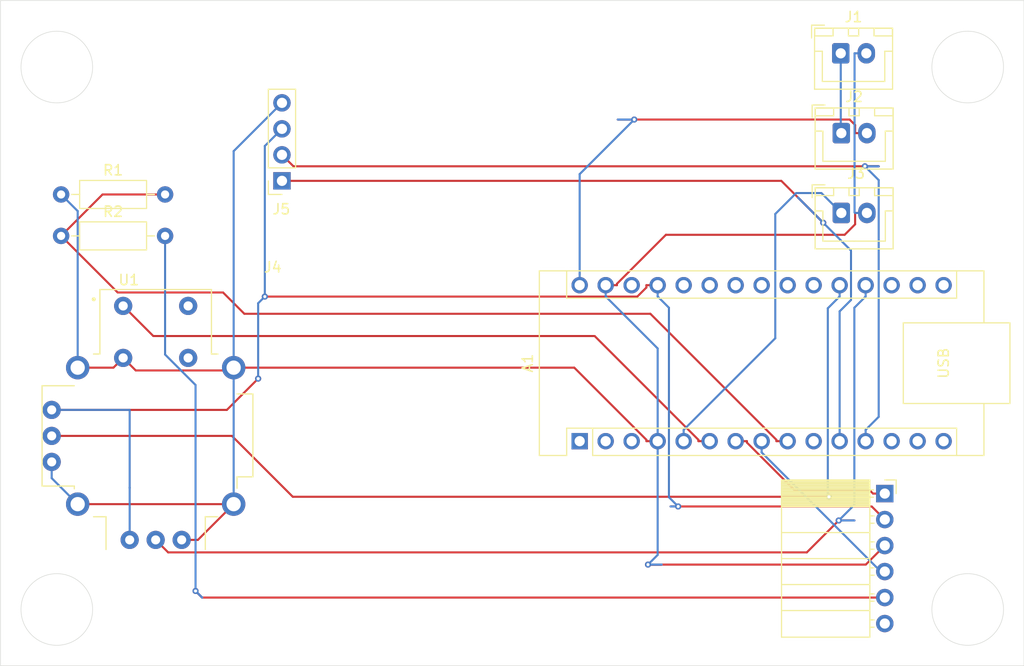
<source format=kicad_pcb>
(kicad_pcb (version 20241229) (generator "pcbnew") (generator_version "9.0")
  (layers (0 "F.Cu" signal) (2 "B.Cu" signal) (13 "F.Paste" user) (15 "B.Paste" user) (5 "F.SilkS" user "F.Silkscreen") (7 "B.SilkS" user "B.Silkscreen") (1 "F.Mask" user) (3 "B.Mask" user) (25 "Edge.Cuts" user))
  (net 0 "")
  (net 3 "GND")
  (net 4 "Net-(A1-D6)")
  (net 5 "/DIO_ECRAN")
  (net 8 "/POT_BOUTON")
  (net 9 "/POT_VERTICAL")
  (net 10 "/POT_HORIZONTAL")
  (net 14 "/EN_BLUE")
  (net 15 "/DEPORT_BOUTON")
  (net 16 "/9V_APRES_INTERRUPTEUR")
  (net 17 "/TXD_BLUE")
  (net 18 "/STATA_BLUE")
  (net 20 "+5V")
  (net 25 "/CLK_ECRAN")
  (net 30 "+9V")
  (net 31 "/STATE_BLUE")
  (net 32 "/RXD_BLUE")
  (footprint "COM-09032:XDCR_COM-09032" (layer "F.Cu") (at 115.66 84.04)
    (property "Reference" "U1" (at -2.625 -15.235 0) (layer "F.SilkS"))
    (property "Value" "COM-09032")
    (fp_line (start -11.1 -4.9) (end -7.95 -4.9) (stroke (width 0.127)) (layer "F.SilkS"))
    (fp_line (start -11.1 4.9) (end -11.1 -4.9) (stroke (width 0.127)) (layer "F.SilkS"))
    (fp_line (start -7.95 4.9) (end -11.1 4.9) (stroke (width 0.127)) (layer "F.SilkS"))
    (fp_line (start -7.95 5.17) (end -7.95 4.9) (stroke (width 0.127)) (layer "F.SilkS"))
    (fp_line (start -6.07 -8) (end -5.45 -8) (stroke (width 0.127)) (layer "F.SilkS"))
    (fp_line (start -5.45 -14.3) (end 5.45 -14.3) (stroke (width 0.127)) (layer "F.SilkS"))
    (fp_line (start -5.45 -8) (end -5.45 -14.3) (stroke (width 0.127)) (layer "F.SilkS"))
    (fp_line (start -4.85 7.9) (end -6.07 7.9) (stroke (width 0.127)) (layer "F.SilkS"))
    (fp_line (start -4.85 11.1) (end -4.85 7.9) (stroke (width 0.127)) (layer "F.SilkS"))
    (fp_line (start 4.85 7.9) (end 4.85 11.1) (stroke (width 0.127)) (layer "F.SilkS"))
    (fp_line (start 5.45 -14.3) (end 5.45 -8) (stroke (width 0.127)) (layer "F.SilkS"))
    (fp_line (start 5.45 -8) (end 6.08 -8) (stroke (width 0.127)) (layer "F.SilkS"))
    (fp_line (start 6.08 7.9) (end 4.85 7.9) (stroke (width 0.127)) (layer "F.SilkS"))
    (fp_line (start 7.95 -4.1) (end 9.5 -4.1) (stroke (width 0.127)) (layer "F.SilkS"))
    (fp_line (start 7.95 4) (end 7.95 5.12) (stroke (width 0.127)) (layer "F.SilkS"))
    (fp_line (start 9.5 -4.1) (end 9.5 4) (stroke (width 0.127)) (layer "F.SilkS"))
    (fp_line (start 9.5 4) (end 7.95 4) (stroke (width 0.127)) (layer "F.SilkS"))
    (fp_circle (center -6.05 -13.35) (end -5.95 -13.35) (stroke (width 0.2)) (fill no) (layer "F.SilkS"))
    (pad "B1A" thru_hole circle (at -3.175 -12.7) (size 1.778 1.778) (drill 0.9) (layers "*.Cu" "*.Mask") (net 8 "/POT_BOUTON"))
    (pad "B1B" thru_hole circle (at 3.175 -12.7) (size 1.778 1.778) (drill 0.9) (layers "*.Cu" "*.Mask"))
    (pad "B2A" thru_hole circle (at -3.175 -7.62) (size 1.778 1.778) (drill 0.9) (layers "*.Cu" "*.Mask") (net 3 "GND"))
    (pad "B2B" thru_hole circle (at 3.175 -7.62) (size 1.778 1.778) (drill 0.9) (layers "*.Cu" "*.Mask"))
    (pad "H1" thru_hole circle (at -2.54 10.16) (size 1.778 1.778) (drill 0.889) (layers "*.Cu" "*.Mask") (net 20 "+5V"))
    (pad "H2" thru_hole circle (at 0 10.16) (size 1.778 1.778) (drill 0.889) (layers "*.Cu" "*.Mask") (net 10 "/POT_HORIZONTAL"))
    (pad "H3" thru_hole circle (at 2.54 10.16) (size 1.778 1.778) (drill 0.889) (layers "*.Cu" "*.Mask") (net 3 "GND"))
    (pad "S1" thru_hole circle (at -7.62 -6.6675) (size 2.286 2.286) (drill 1.397) (layers "*.Cu" "*.Mask") (net 3 "GND"))
    (pad "S2" thru_hole circle (at -7.62 6.6675) (size 2.286 2.286) (drill 1.397) (layers "*.Cu" "*.Mask") (net 3 "GND"))
    (pad "S3" thru_hole circle (at 7.62 6.6675) (size 2.286 2.286) (drill 1.397) (layers "*.Cu" "*.Mask") (net 3 "GND"))
    (pad "S4" thru_hole circle (at 7.62 -6.6675) (size 2.286 2.286) (drill 1.397) (layers "*.Cu" "*.Mask") (net 3 "GND"))
    (pad "V1" thru_hole circle (at -10.16 -2.54) (size 1.778 1.778) (drill 0.889) (layers "*.Cu" "*.Mask") (net 20 "+5V"))
    (pad "V2" thru_hole circle (at -10.16 0) (size 1.778 1.778) (drill 0.889) (layers "*.Cu" "*.Mask") (net 9 "/POT_VERTICAL"))
    (pad "V3" thru_hole circle (at -10.16 2.54) (size 1.778 1.778) (drill 0.889) (layers "*.Cu" "*.Mask") (net 3 "GND"))
  )
  (footprint "Resistor_THT:R_Axial_DIN0207_L6.3mm_D2.5mm_P10.16mm_Horizontal" (layer "F.Cu") (at 106.42 64.5)
    (property "Reference" "R2" (at 5.08 -2.37 0) (layer "F.SilkS"))
    (property "Value" "R")
    (fp_line (start 1.04 0) (end 1.81 0) (stroke (width 0.12)) (layer "F.SilkS"))
    (fp_line (start 9.12 0) (end 8.35 0) (stroke (width 0.12)) (layer "F.SilkS"))
    (fp_rect (start 1.81 -1.37) (end 8.35 1.37) (stroke (width 0.12)) (fill no) (layer "F.SilkS"))
    (pad "1" thru_hole circle (at 0 0) (size 1.6 1.6) (drill 0.8) (layers "*.Cu" "*.Mask") (net 4 "Net-(A1-D6)"))
    (pad "2" thru_hole circle (at 10.16 0) (size 1.6 1.6) (drill 0.8) (layers "*.Cu" "*.Mask") (net 32 "/RXD_BLUE"))
  )
  (footprint "Connector_PinSocket_2.54mm:PinSocket_1x06_P2.54mm_Horizontal" (layer "F.Cu") (at 186.9 89.675)
    (property "Reference" "J4" (at -59.8 -22.11 180) (layer "F.SilkS"))
    (property "Value" "Module Bluetooth")
    (fp_line (start -10.09 -1.33) (end -10.09 14.03) (stroke (width 0.12)) (layer "F.SilkS"))
    (fp_line (start -10.09 -1.33) (end -1.46 -1.33) (stroke (width 0.12)) (layer "F.SilkS"))
    (fp_line (start -10.09 -1.21) (end -1.46 -1.21) (stroke (width 0.12)) (layer "F.SilkS"))
    (fp_line (start -10.09 -1.091905) (end -1.46 -1.091905) (stroke (width 0.12)) (layer "F.SilkS"))
    (fp_line (start -10.09 -0.97381) (end -1.46 -0.97381) (stroke (width 0.12)) (layer "F.SilkS"))
    (fp_line (start -10.09 -0.855715) (end -1.46 -0.855715) (stroke (width 0.12)) (layer "F.SilkS"))
    (fp_line (start -10.09 -0.73762) (end -1.46 -0.73762) (stroke (width 0.12)) (layer "F.SilkS"))
    (fp_line (start -10.09 -0.619525) (end -1.46 -0.619525) (stroke (width 0.12)) (layer "F.SilkS"))
    (fp_line (start -10.09 -0.50143) (end -1.46 -0.50143) (stroke (width 0.12)) (layer "F.SilkS"))
    (fp_line (start -10.09 -0.383335) (end -1.46 -0.383335) (stroke (width 0.12)) (layer "F.SilkS"))
    (fp_line (start -10.09 -0.26524) (end -1.46 -0.26524) (stroke (width 0.12)) (layer "F.SilkS"))
    (fp_line (start -10.09 -0.147145) (end -1.46 -0.147145) (stroke (width 0.12)) (layer "F.SilkS"))
    (fp_line (start -10.09 -0.02905) (end -1.46 -0.02905) (stroke (width 0.12)) (layer "F.SilkS"))
    (fp_line (start -10.09 0.089045) (end -1.46 0.089045) (stroke (width 0.12)) (layer "F.SilkS"))
    (fp_line (start -10.09 0.20714) (end -1.46 0.20714) (stroke (width 0.12)) (layer "F.SilkS"))
    (fp_line (start -10.09 0.325235) (end -1.46 0.325235) (stroke (width 0.12)) (layer "F.SilkS"))
    (fp_line (start -10.09 0.44333) (end -1.46 0.44333) (stroke (width 0.12)) (layer "F.SilkS"))
    (fp_line (start -10.09 0.561425) (end -1.46 0.561425) (stroke (width 0.12)) (layer "F.SilkS"))
    (fp_line (start -10.09 0.67952) (end -1.46 0.67952) (stroke (width 0.12)) (layer "F.SilkS"))
    (fp_line (start -10.09 0.797615) (end -1.46 0.797615) (stroke (width 0.12)) (layer "F.SilkS"))
    (fp_line (start -10.09 0.91571) (end -1.46 0.91571) (stroke (width 0.12)) (layer "F.SilkS"))
    (fp_line (start -10.09 1.033805) (end -1.46 1.033805) (stroke (width 0.12)) (layer "F.SilkS"))
    (fp_line (start -10.09 1.1519) (end -1.46 1.1519) (stroke (width 0.12)) (layer "F.SilkS"))
    (fp_line (start -10.09 1.27) (end -1.46 1.27) (stroke (width 0.12)) (layer "F.SilkS"))
    (fp_line (start -10.09 3.81) (end -1.46 3.81) (stroke (width 0.12)) (layer "F.SilkS"))
    (fp_line (start -10.09 6.35) (end -1.46 6.35) (stroke (width 0.12)) (layer "F.SilkS"))
    (fp_line (start -10.09 8.89) (end -1.46 8.89) (stroke (width 0.12)) (layer "F.SilkS"))
    (fp_line (start -10.09 11.43) (end -1.46 11.43) (stroke (width 0.12)) (layer "F.SilkS"))
    (fp_line (start -10.09 14.03) (end -1.46 14.03) (stroke (width 0.12)) (layer "F.SilkS"))
    (fp_line (start -1.46 -1.33) (end -1.46 14.03) (stroke (width 0.12)) (layer "F.SilkS"))
    (fp_line (start -1.46 -0.36) (end -1.11 -0.36) (stroke (width 0.12)) (layer "F.SilkS"))
    (fp_line (start -1.46 0.36) (end -1.11 0.36) (stroke (width 0.12)) (layer "F.SilkS"))
    (fp_line (start -1.46 2.18) (end -1.05 2.18) (stroke (width 0.12)) (layer "F.SilkS"))
    (fp_line (start -1.46 2.9) (end -1.05 2.9) (stroke (width 0.12)) (layer "F.SilkS"))
    (fp_line (start -1.46 4.72) (end -1.05 4.72) (stroke (width 0.12)) (layer "F.SilkS"))
    (fp_line (start -1.46 5.44) (end -1.05 5.44) (stroke (width 0.12)) (layer "F.SilkS"))
    (fp_line (start -1.46 7.26) (end -1.05 7.26) (stroke (width 0.12)) (layer "F.SilkS"))
    (fp_line (start -1.46 7.98) (end -1.05 7.98) (stroke (width 0.12)) (layer "F.SilkS"))
    (fp_line (start -1.46 9.8) (end -1.05 9.8) (stroke (width 0.12)) (layer "F.SilkS"))
    (fp_line (start -1.46 10.52) (end -1.05 10.52) (stroke (width 0.12)) (layer "F.SilkS"))
    (fp_line (start -1.46 12.34) (end -1.05 12.34) (stroke (width 0.12)) (layer "F.SilkS"))
    (fp_line (start -1.46 13.06) (end -1.05 13.06) (stroke (width 0.12)) (layer "F.SilkS"))
    (fp_line (start 0 -1.33) (end 1.11 -1.33) (stroke (width 0.12)) (layer "F.SilkS"))
    (fp_line (start 1.11 -1.33) (end 1.11 0) (stroke (width 0.12)) (layer "F.SilkS"))
    (pad "1" thru_hole rect (at 0 0) (size 1.7 1.7) (drill 1) (layers "*.Cu" "*.Mask") (net 14 "/EN_BLUE"))
    (pad "2" thru_hole circle (at 0 2.54) (size 1.7 1.7) (drill 1) (layers "*.Cu" "*.Mask") (net 20 "+5V"))
    (pad "3" thru_hole circle (at 0 5.08) (size 1.7 1.7) (drill 1) (layers "*.Cu" "*.Mask") (net 3 "GND"))
    (pad "4" thru_hole circle (at 0 7.62) (size 1.7 1.7) (drill 1) (layers "*.Cu" "*.Mask") (net 17 "/TXD_BLUE"))
    (pad "5" thru_hole circle (at 0 10.16) (size 1.7 1.7) (drill 1) (layers "*.Cu" "*.Mask") (net 32 "/RXD_BLUE"))
    (pad "6" thru_hole circle (at 0 12.7) (size 1.7 1.7) (drill 1) (layers "*.Cu" "*.Mask") (net 31 "/STATE_BLUE"))
  )
  (footprint "Connector_PinSocket_2.54mm:PinSocket_1x04_P2.54mm_Vertical" (layer "F.Cu") (at 128 59.12 180)
    (property "Reference" "J5" (at 0.06 -2.77 0) (layer "F.SilkS"))
    (property "Value" "Ecran 7 segments")
    (fp_line (start 1.33 1.27) (end 1.33 8.95) (stroke (width 0.12)) (layer "F.SilkS"))
    (fp_line (start 1.33 -1.33) (end 1.33 0) (stroke (width 0.12)) (layer "F.SilkS"))
    (fp_line (start 0 -1.33) (end 1.33 -1.33) (stroke (width 0.12)) (layer "F.SilkS"))
    (fp_line (start -1.33 8.95) (end 1.33 8.95) (stroke (width 0.12)) (layer "F.SilkS"))
    (fp_line (start -1.33 1.27) (end 1.33 1.27) (stroke (width 0.12)) (layer "F.SilkS"))
    (fp_line (start -1.33 1.27) (end -1.33 8.95) (stroke (width 0.12)) (layer "F.SilkS"))
    (pad "1" thru_hole rect (at 0 0 180) (size 1.7 1.7) (drill 1) (layers "*.Cu" "*.Mask") (net 25 "/CLK_ECRAN"))
    (pad "2" thru_hole circle (at 0 2.54 180) (size 1.7 1.7) (drill 1) (layers "*.Cu" "*.Mask") (net 5 "/DIO_ECRAN"))
    (pad "3" thru_hole circle (at 0 5.08 180) (size 1.7 1.7) (drill 1) (layers "*.Cu" "*.Mask") (net 20 "+5V"))
    (pad "4" thru_hole circle (at 0 7.62 180) (size 1.7 1.7) (drill 1) (layers "*.Cu" "*.Mask") (net 3 "GND"))
  )
  (footprint "Resistor_THT:R_Axial_DIN0207_L6.3mm_D2.5mm_P10.16mm_Horizontal" (layer "F.Cu") (at 106.42 60.45)
    (property "Reference" "R1" (at 5.08 -2.37 0) (layer "F.SilkS"))
    (property "Value" "R")
    (fp_line (start 1.04 0) (end 1.81 0) (stroke (width 0.12)) (layer "F.SilkS"))
    (fp_line (start 9.12 0) (end 8.35 0) (stroke (width 0.12)) (layer "F.SilkS"))
    (fp_rect (start 1.81 -1.37) (end 8.35 1.37) (stroke (width 0.12)) (fill no) (layer "F.SilkS"))
    (pad "1" thru_hole circle (at 0 0) (size 1.6 1.6) (drill 0.8) (layers "*.Cu" "*.Mask") (net 3 "GND"))
    (pad "2" thru_hole circle (at 10.16 0) (size 1.6 1.6) (drill 0.8) (layers "*.Cu" "*.Mask") (net 4 "Net-(A1-D6)"))
  )
  (footprint "Module:Arduino_Nano" (layer "F.Cu") (at 157.087 84.5545 90)
    (property "Reference" "A1" (at 7.62 -5.08 90) (layer "F.SilkS"))
    (property "Value" "Arduino_Nano_v3.x")
    (fp_line (start 16.64 -3.94) (end -1.4 -3.94) (stroke (width 0.12)) (layer "F.SilkS"))
    (fp_line (start -1.4 -3.94) (end -1.4 -1.27) (stroke (width 0.12)) (layer "F.SilkS"))
    (fp_line (start 13.97 -1.27) (end 16.64 -1.27) (stroke (width 0.12)) (layer "F.SilkS"))
    (fp_line (start 13.97 -1.27) (end 13.97 36.83) (stroke (width 0.12)) (layer "F.SilkS"))
    (fp_line (start 1.27 -1.27) (end -1.4 -1.27) (stroke (width 0.12)) (layer "F.SilkS"))
    (fp_line (start 1.27 1.27) (end 1.27 -1.27) (stroke (width 0.12)) (layer "F.SilkS"))
    (fp_line (start 1.27 1.27) (end -1.4 1.27) (stroke (width 0.12)) (layer "F.SilkS"))
    (fp_line (start 1.27 1.27) (end 1.27 36.83) (stroke (width 0.12)) (layer "F.SilkS"))
    (fp_line (start -1.4 1.27) (end -1.4 39.5) (stroke (width 0.12)) (layer "F.SilkS"))
    (fp_line (start 11.56 31.62) (end 11.56 42.04) (stroke (width 0.12)) (layer "F.SilkS"))
    (fp_line (start 3.68 31.62) (end 11.56 31.62) (stroke (width 0.12)) (layer "F.SilkS"))
    (fp_line (start 13.97 36.83) (end 16.64 36.83) (stroke (width 0.12)) (layer "F.SilkS"))
    (fp_line (start 1.27 36.83) (end -1.4 36.83) (stroke (width 0.12)) (layer "F.SilkS"))
    (fp_line (start 16.64 39.5) (end 16.64 -3.94) (stroke (width 0.12)) (layer "F.SilkS"))
    (fp_line (start 16.64 39.5) (end 11.56 39.5) (stroke (width 0.12)) (layer "F.SilkS"))
    (fp_line (start -1.4 39.5) (end 3.68 39.5) (stroke (width 0.12)) (layer "F.SilkS"))
    (fp_line (start 11.56 42.04) (end 3.68 42.04) (stroke (width 0.12)) (layer "F.SilkS"))
    (fp_line (start 3.68 42.04) (end 3.68 31.62) (stroke (width 0.12)) (layer "F.SilkS"))
    (fp_text user "USB" (at 7.62 35.56 90) (layer "F.SilkS"))
    (pad "1" thru_hole rect (at 0 0 90) (size 1.6 1.6) (drill 1) (layers "*.Cu" "*.Mask"))
    (pad "2" thru_hole oval (at 0 2.54 90) (size 1.6 1.6) (drill 1) (layers "*.Cu" "*.Mask"))
    (pad "3" thru_hole oval (at 0 5.08 90) (size 1.6 1.6) (drill 1) (layers "*.Cu" "*.Mask"))
    (pad "4" thru_hole oval (at 0 7.62 90) (size 1.6 1.6) (drill 1) (layers "*.Cu" "*.Mask") (net 3 "GND"))
    (pad "5" thru_hole oval (at 0 10.16 90) (size 1.6 1.6) (drill 1) (layers "*.Cu" "*.Mask") (net 15 "/DEPORT_BOUTON"))
    (pad "6" thru_hole oval (at 0 12.7 90) (size 1.6 1.6) (drill 1) (layers "*.Cu" "*.Mask") (net 8 "/POT_BOUTON"))
    (pad "7" thru_hole oval (at 0 15.24 90) (size 1.6 1.6) (drill 1) (layers "*.Cu" "*.Mask") (net 14 "/EN_BLUE"))
    (pad "8" thru_hole oval (at 0 17.78 90) (size 1.6 1.6) (drill 1) (layers "*.Cu" "*.Mask") (net 17 "/TXD_BLUE"))
    (pad "9" thru_hole oval (at 0 20.32 90) (size 1.6 1.6) (drill 1) (layers "*.Cu" "*.Mask") (net 4 "Net-(A1-D6)"))
    (pad "10" thru_hole oval (at 0 22.86 90) (size 1.6 1.6) (drill 1) (layers "*.Cu" "*.Mask") (net 18 "/STATA_BLUE"))
    (pad "11" thru_hole oval (at 0 25.4 90) (size 1.6 1.6) (drill 1) (layers "*.Cu" "*.Mask") (net 25 "/CLK_ECRAN"))
    (pad "12" thru_hole oval (at 0 27.94 90) (size 1.6 1.6) (drill 1) (layers "*.Cu" "*.Mask") (net 5 "/DIO_ECRAN"))
    (pad "13" thru_hole oval (at 0 30.48 90) (size 1.6 1.6) (drill 1) (layers "*.Cu" "*.Mask"))
    (pad "14" thru_hole oval (at 0 33.02 90) (size 1.6 1.6) (drill 1) (layers "*.Cu" "*.Mask"))
    (pad "15" thru_hole oval (at 0 35.56 90) (size 1.6 1.6) (drill 1) (layers "*.Cu" "*.Mask"))
    (pad "16" thru_hole oval (at 15.24 35.56 90) (size 1.6 1.6) (drill 1) (layers "*.Cu" "*.Mask"))
    (pad "17" thru_hole oval (at 15.24 33.02 90) (size 1.6 1.6) (drill 1) (layers "*.Cu" "*.Mask"))
    (pad "18" thru_hole oval (at 15.24 30.48 90) (size 1.6 1.6) (drill 1) (layers "*.Cu" "*.Mask"))
    (pad "19" thru_hole oval (at 15.24 27.94 90) (size 1.6 1.6) (drill 1) (layers "*.Cu" "*.Mask") (net 10 "/POT_HORIZONTAL"))
    (pad "20" thru_hole oval (at 15.24 25.4 90) (size 1.6 1.6) (drill 1) (layers "*.Cu" "*.Mask") (net 9 "/POT_VERTICAL"))
    (pad "21" thru_hole oval (at 15.24 22.86 90) (size 1.6 1.6) (drill 1) (layers "*.Cu" "*.Mask"))
    (pad "22" thru_hole oval (at 15.24 20.32 90) (size 1.6 1.6) (drill 1) (layers "*.Cu" "*.Mask"))
    (pad "23" thru_hole oval (at 15.24 17.78 90) (size 1.6 1.6) (drill 1) (layers "*.Cu" "*.Mask"))
    (pad "24" thru_hole oval (at 15.24 15.24 90) (size 1.6 1.6) (drill 1) (layers "*.Cu" "*.Mask"))
    (pad "25" thru_hole oval (at 15.24 12.7 90) (size 1.6 1.6) (drill 1) (layers "*.Cu" "*.Mask"))
    (pad "26" thru_hole oval (at 15.24 10.16 90) (size 1.6 1.6) (drill 1) (layers "*.Cu" "*.Mask"))
    (pad "27" thru_hole oval (at 15.24 7.62 90) (size 1.6 1.6) (drill 1) (layers "*.Cu" "*.Mask") (net 20 "+5V"))
    (pad "28" thru_hole oval (at 15.24 5.08 90) (size 1.6 1.6) (drill 1) (layers "*.Cu" "*.Mask"))
    (pad "29" thru_hole oval (at 15.24 2.54 90) (size 1.6 1.6) (drill 1) (layers "*.Cu" "*.Mask") (net 3 "GND"))
    (pad "30" thru_hole oval (at 15.24 0 90) (size 1.6 1.6) (drill 1) (layers "*.Cu" "*.Mask") (net 16 "/9V_APRES_INTERRUPTEUR"))
  )
  (footprint "Connector_JST:JST_XH_B2B-XH-A_1x02_P2.50mm_Vertical" (layer "F.Cu") (at 182.6517 62.2582)
    (property "Reference" "J3" (at 1.445 -3.85 0) (layer "F.SilkS"))
    (property "Value" "bouton déporté")
    (fp_line (start -2.85 -2.75) (end -2.85 -1.5) (stroke (width 0.12)) (layer "F.SilkS"))
    (fp_line (start -2.56 -2.46) (end -2.56 3.51) (stroke (width 0.12)) (layer "F.SilkS"))
    (fp_line (start -2.56 3.51) (end 5.06 3.51) (stroke (width 0.12)) (layer "F.SilkS"))
    (fp_line (start -2.55 -2.45) (end -2.55 -1.7) (stroke (width 0.12)) (layer "F.SilkS"))
    (fp_line (start -2.55 -1.7) (end -0.75 -1.7) (stroke (width 0.12)) (layer "F.SilkS"))
    (fp_line (start -2.55 -0.2) (end -1.8 -0.2) (stroke (width 0.12)) (layer "F.SilkS"))
    (fp_line (start -1.8 -0.2) (end -1.8 2.75) (stroke (width 0.12)) (layer "F.SilkS"))
    (fp_line (start -1.8 2.75) (end 1.25 2.75) (stroke (width 0.12)) (layer "F.SilkS"))
    (fp_line (start -1.6 -2.75) (end -2.85 -2.75) (stroke (width 0.12)) (layer "F.SilkS"))
    (fp_line (start -0.75 -2.45) (end -2.55 -2.45) (stroke (width 0.12)) (layer "F.SilkS"))
    (fp_line (start -0.75 -1.7) (end -0.75 -2.45) (stroke (width 0.12)) (layer "F.SilkS"))
    (fp_line (start 0.75 -2.45) (end 0.75 -1.7) (stroke (width 0.12)) (layer "F.SilkS"))
    (fp_line (start 0.75 -1.7) (end 1.75 -1.7) (stroke (width 0.12)) (layer "F.SilkS"))
    (fp_line (start 1.75 -2.45) (end 0.75 -2.45) (stroke (width 0.12)) (layer "F.SilkS"))
    (fp_line (start 1.75 -1.7) (end 1.75 -2.45) (stroke (width 0.12)) (layer "F.SilkS"))
    (fp_line (start 3.25 -2.45) (end 3.25 -1.7) (stroke (width 0.12)) (layer "F.SilkS"))
    (fp_line (start 3.25 -1.7) (end 5.05 -1.7) (stroke (width 0.12)) (layer "F.SilkS"))
    (fp_line (start 4.3 -0.2) (end 4.3 2.75) (stroke (width 0.12)) (layer "F.SilkS"))
    (fp_line (start 4.3 2.75) (end 1.25 2.75) (stroke (width 0.12)) (layer "F.SilkS"))
    (fp_line (start 5.05 -2.45) (end 3.25 -2.45) (stroke (width 0.12)) (layer "F.SilkS"))
    (fp_line (start 5.05 -1.7) (end 5.05 -2.45) (stroke (width 0.12)) (layer "F.SilkS"))
    (fp_line (start 5.05 -0.2) (end 4.3 -0.2) (stroke (width 0.12)) (layer "F.SilkS"))
    (fp_line (start 5.06 -2.46) (end -2.56 -2.46) (stroke (width 0.12)) (layer "F.SilkS"))
    (fp_line (start 5.06 3.51) (end 5.06 -2.46) (stroke (width 0.12)) (layer "F.SilkS"))
    (pad "1" thru_hole roundrect (at 0 0) (size 1.7 2) (drill 1) (layers "*.Cu" "*.Mask") (roundrect_rratio 0.147059) (net 15 "/DEPORT_BOUTON"))
    (pad "2" thru_hole oval (at 2.5 0) (size 1.7 2) (drill 1) (layers "*.Cu" "*.Mask") (net 3 "GND"))
  )
  (footprint "Connector_JST:JST_XH_B2B-XH-A_1x02_P2.50mm_Vertical" (layer "F.Cu") (at 182.6517 54.4582)
    (property "Reference" "J2" (at 1.25 -3.55 0) (layer "F.SilkS"))
    (property "Value" "interrupteur")
    (fp_line (start -2.85 -2.75) (end -2.85 -1.5) (stroke (width 0.12)) (layer "F.SilkS"))
    (fp_line (start -2.56 -2.46) (end -2.56 3.51) (stroke (width 0.12)) (layer "F.SilkS"))
    (fp_line (start -2.56 3.51) (end 5.06 3.51) (stroke (width 0.12)) (layer "F.SilkS"))
    (fp_line (start -2.55 -2.45) (end -2.55 -1.7) (stroke (width 0.12)) (layer "F.SilkS"))
    (fp_line (start -2.55 -1.7) (end -0.75 -1.7) (stroke (width 0.12)) (layer "F.SilkS"))
    (fp_line (start -2.55 -0.2) (end -1.8 -0.2) (stroke (width 0.12)) (layer "F.SilkS"))
    (fp_line (start -1.8 -0.2) (end -1.8 2.75) (stroke (width 0.12)) (layer "F.SilkS"))
    (fp_line (start -1.8 2.75) (end 1.25 2.75) (stroke (width 0.12)) (layer "F.SilkS"))
    (fp_line (start -1.6 -2.75) (end -2.85 -2.75) (stroke (width 0.12)) (layer "F.SilkS"))
    (fp_line (start -0.75 -2.45) (end -2.55 -2.45) (stroke (width 0.12)) (layer "F.SilkS"))
    (fp_line (start -0.75 -1.7) (end -0.75 -2.45) (stroke (width 0.12)) (layer "F.SilkS"))
    (fp_line (start 0.75 -2.45) (end 0.75 -1.7) (stroke (width 0.12)) (layer "F.SilkS"))
    (fp_line (start 0.75 -1.7) (end 1.75 -1.7) (stroke (width 0.12)) (layer "F.SilkS"))
    (fp_line (start 1.75 -2.45) (end 0.75 -2.45) (stroke (width 0.12)) (layer "F.SilkS"))
    (fp_line (start 1.75 -1.7) (end 1.75 -2.45) (stroke (width 0.12)) (layer "F.SilkS"))
    (fp_line (start 3.25 -2.45) (end 3.25 -1.7) (stroke (width 0.12)) (layer "F.SilkS"))
    (fp_line (start 3.25 -1.7) (end 5.05 -1.7) (stroke (width 0.12)) (layer "F.SilkS"))
    (fp_line (start 4.3 -0.2) (end 4.3 2.75) (stroke (width 0.12)) (layer "F.SilkS"))
    (fp_line (start 4.3 2.75) (end 1.25 2.75) (stroke (width 0.12)) (layer "F.SilkS"))
    (fp_line (start 5.05 -2.45) (end 3.25 -2.45) (stroke (width 0.12)) (layer "F.SilkS"))
    (fp_line (start 5.05 -1.7) (end 5.05 -2.45) (stroke (width 0.12)) (layer "F.SilkS"))
    (fp_line (start 5.05 -0.2) (end 4.3 -0.2) (stroke (width 0.12)) (layer "F.SilkS"))
    (fp_line (start 5.06 -2.46) (end -2.56 -2.46) (stroke (width 0.12)) (layer "F.SilkS"))
    (fp_line (start 5.06 3.51) (end 5.06 -2.46) (stroke (width 0.12)) (layer "F.SilkS"))
    (pad "1" thru_hole roundrect (at 0 0) (size 1.7 2) (drill 1) (layers "*.Cu" "*.Mask") (roundrect_rratio 0.147059) (net 30 "+9V"))
    (pad "2" thru_hole oval (at 2.5 0) (size 1.7 2) (drill 1) (layers "*.Cu" "*.Mask") (net 16 "/9V_APRES_INTERRUPTEUR"))
  )
  (footprint "Connector_JST:JST_XH_B2B-XH-A_1x02_P2.50mm_Vertical" (layer "F.Cu") (at 182.5967 46.6582)
    (property "Reference" "J1" (at 1.25 -3.55 0) (layer "F.SilkS"))
    (property "Value" "batterie")
    (fp_line (start -2.85 -2.75) (end -2.85 -1.5) (stroke (width 0.12)) (layer "F.SilkS"))
    (fp_line (start -2.56 -2.46) (end -2.56 3.51) (stroke (width 0.12)) (layer "F.SilkS"))
    (fp_line (start -2.56 3.51) (end 5.06 3.51) (stroke (width 0.12)) (layer "F.SilkS"))
    (fp_line (start -2.55 -2.45) (end -2.55 -1.7) (stroke (width 0.12)) (layer "F.SilkS"))
    (fp_line (start -2.55 -1.7) (end -0.75 -1.7) (stroke (width 0.12)) (layer "F.SilkS"))
    (fp_line (start -2.55 -0.2) (end -1.8 -0.2) (stroke (width 0.12)) (layer "F.SilkS"))
    (fp_line (start -1.8 -0.2) (end -1.8 2.75) (stroke (width 0.12)) (layer "F.SilkS"))
    (fp_line (start -1.8 2.75) (end 1.25 2.75) (stroke (width 0.12)) (layer "F.SilkS"))
    (fp_line (start -1.6 -2.75) (end -2.85 -2.75) (stroke (width 0.12)) (layer "F.SilkS"))
    (fp_line (start -0.75 -2.45) (end -2.55 -2.45) (stroke (width 0.12)) (layer "F.SilkS"))
    (fp_line (start -0.75 -1.7) (end -0.75 -2.45) (stroke (width 0.12)) (layer "F.SilkS"))
    (fp_line (start 0.75 -2.45) (end 0.75 -1.7) (stroke (width 0.12)) (layer "F.SilkS"))
    (fp_line (start 0.75 -1.7) (end 1.75 -1.7) (stroke (width 0.12)) (layer "F.SilkS"))
    (fp_line (start 1.75 -2.45) (end 0.75 -2.45) (stroke (width 0.12)) (layer "F.SilkS"))
    (fp_line (start 1.75 -1.7) (end 1.75 -2.45) (stroke (width 0.12)) (layer "F.SilkS"))
    (fp_line (start 3.25 -2.45) (end 3.25 -1.7) (stroke (width 0.12)) (layer "F.SilkS"))
    (fp_line (start 3.25 -1.7) (end 5.05 -1.7) (stroke (width 0.12)) (layer "F.SilkS"))
    (fp_line (start 4.3 -0.2) (end 4.3 2.75) (stroke (width 0.12)) (layer "F.SilkS"))
    (fp_line (start 4.3 2.75) (end 1.25 2.75) (stroke (width 0.12)) (layer "F.SilkS"))
    (fp_line (start 5.05 -2.45) (end 3.25 -2.45) (stroke (width 0.12)) (layer "F.SilkS"))
    (fp_line (start 5.05 -1.7) (end 5.05 -2.45) (stroke (width 0.12)) (layer "F.SilkS"))
    (fp_line (start 5.05 -0.2) (end 4.3 -0.2) (stroke (width 0.12)) (layer "F.SilkS"))
    (fp_line (start 5.06 -2.46) (end -2.56 -2.46) (stroke (width 0.12)) (layer "F.SilkS"))
    (fp_line (start 5.06 3.51) (end 5.06 -2.46) (stroke (width 0.12)) (layer "F.SilkS"))
    (pad "1" thru_hole roundrect (at 0 0) (size 1.7 2) (drill 1) (layers "*.Cu" "*.Mask") (roundrect_rratio 0.147059) (net 30 "+9V"))
    (pad "2" thru_hole oval (at 2.5 0) (size 1.7 2) (drill 1) (layers "*.Cu" "*.Mask") (net 3 "GND"))
  )
  (gr_rect (start 100.5 41.5) (end 200.5 106.5) (stroke (width 0.05)) (fill no) (layer "Edge.Cuts"))
  (gr_circle (center 195 101) (end 198.5 101) (stroke (width 0.05)) (fill no) (layer "Edge.Cuts"))
  (gr_circle (center 195 48) (end 198.5 48) (stroke (width 0.05)) (fill no) (layer "Edge.Cuts"))
  (gr_circle (center 106 48) (end 109.5 48) (stroke (width 0.05)) (fill no) (layer "Edge.Cuts"))
  (gr_circle (center 106 101) (end 109.5 101) (stroke (width 0.05)) (fill no) (layer "Edge.Cuts"))
  (segment (start 163.7627 96.6147) (end 185.0403 96.6147) (width 0.2) (layer "F.Cu") (net 3))
  (segment (start 165.5147 64.3907) (end 182.9752 64.3907) (width 0.2) (layer "F.Cu") (net 3))
  (segment (start 156.561 77.3725) (end 123.28 77.3725) (width 0.2) (layer "F.Cu") (net 3))
  (segment (start 182.9752 64.3907) (end 184 63.3659) (width 0.2) (layer "F.Cu") (net 3))
  (segment (start 185.0403 96.6147) (end 186.9 94.755) (width 0.2) (layer "F.Cu") (net 3))
  (segment (start 163.6053 84.4168) (end 156.561 77.3725) (width 0.2) (layer "F.Cu") (net 3))
  (segment (start 113.7102 77.6452) (end 112.485 76.42) (width 0.2) (layer "F.Cu") (net 3))
  (segment (start 108.04 90.7075) (end 123.28 90.7075) (width 0.2) (layer "F.Cu") (net 3))
  (segment (start 164.707 84.5545) (end 163.6053 84.5545) (width 0.2) (layer "F.Cu") (net 3))
  (segment (start 184 63.3659) (end 184 62.2582) (width 0.2) (layer "F.Cu") (net 3))
  (segment (start 123.0073 77.6452) (end 113.7102 77.6452) (width 0.2) (layer "F.Cu") (net 3))
  (segment (start 185.1517 62.2582) (end 184 62.2582) (width 0.2) (layer "F.Cu") (net 3))
  (segment (start 160.7287 69.3145) (end 160.7287 69.1767) (width 0.2) (layer "F.Cu") (net 3))
  (segment (start 163.7627 96.6147) (end 165.0981 96.6147) (width 0.2) (layer "F.Cu") (net 3))
  (segment (start 160.7287 69.1767) (end 165.5147 64.3907) (width 0.2) (layer "F.Cu") (net 3))
  (segment (start 165.0981 96.6147) (end 163.7627 96.6147) (width 0.2) (layer "F.Cu") (net 3))
  (segment (start 118.2 94.2) (end 119.7875 94.2) (width 0.2) (layer "F.Cu") (net 3))
  (segment (start 123.28 77.3725) (end 123.0073 77.6452) (width 0.2) (layer "F.Cu") (net 3))
  (segment (start 163.6053 84.5545) (end 163.6053 84.4168) (width 0.2) (layer "F.Cu") (net 3))
  (segment (start 108.04 77.3725) (end 111.5325 77.3725) (width 0.2) (layer "F.Cu") (net 3))
  (segment (start 159.627 69.3145) (end 160.7287 69.3145) (width 0.2) (layer "F.Cu") (net 3))
  (segment (start 119.7875 94.2) (end 123.28 90.7075) (width 0.2) (layer "F.Cu") (net 3))
  (segment (start 111.5325 77.3725) (end 112.485 76.42) (width 0.2) (layer "F.Cu") (net 3))
  (via (at 163.7627 96.6147) (size 0.6) (drill 0.3) (layers "F.Cu" "B.Cu") (net 3))
  (segment (start 185.1517 62.2582) (end 184 62.2582) (width 0.2) (layer "B.Cu") (net 3))
  (segment (start 123.28 90.7075) (end 123.28 77.3725) (width 0.2) (layer "B.Cu") (net 3))
  (segment (start 123.28 56.22) (end 123.28 77.3725) (width 0.2) (layer "B.Cu") (net 3))
  (segment (start 164.707 84.5545) (end 164.707 95.6704) (width 0.2) (layer "B.Cu") (net 3))
  (segment (start 108.04 90.7075) (end 105.5 88.1675) (width 0.2) (layer "B.Cu") (net 3))
  (segment (start 105.5 88.1675) (end 105.5 86.58) (width 0.2) (layer "B.Cu") (net 3))
  (segment (start 183.945 46.6582) (end 183.945 62.2032) (width 0.2) (layer "B.Cu") (net 3))
  (segment (start 108.04 62.07) (end 108.04 77.3725) (width 0.2) (layer "B.Cu") (net 3))
  (segment (start 159.627 70.4162) (end 164.707 75.4962) (width 0.2) (layer "B.Cu") (net 3))
  (segment (start 159.627 69.3145) (end 159.627 70.4162) (width 0.2) (layer "B.Cu") (net 3))
  (segment (start 128 51.5) (end 123.28 56.22) (width 0.2) (layer "B.Cu") (net 3))
  (segment (start 164.707 75.4962) (end 164.707 84.5545) (width 0.2) (layer "B.Cu") (net 3))
  (segment (start 164.707 95.6704) (end 163.7627 96.6147) (width 0.2) (layer "B.Cu") (net 3))
  (segment (start 163.7627 96.6147) (end 165.0981 96.6147) (width 0.2) (layer "B.Cu") (net 3))
  (segment (start 165.0981 96.6147) (end 163.7627 96.6147) (width 0.2) (layer "B.Cu") (net 3))
  (segment (start 183.945 62.2032) (end 184 62.2582) (width 0.2) (layer "B.Cu") (net 3))
  (segment (start 185.0967 46.6582) (end 183.945 46.6582) (width 0.2) (layer "B.Cu") (net 3))
  (segment (start 106.42 60.45) (end 108.04 62.07) (width 0.2) (layer "B.Cu") (net 3))
  (segment (start 122.2444 70.0275) (end 111.9475 70.0275) (width 0.2) (layer "F.Cu") (net 4))
  (segment (start 110.47 60.45) (end 116.58 60.45) (width 0.2) (layer "F.Cu") (net 4))
  (segment (start 111.9475 70.0275) (end 106.42 64.5) (width 0.2) (layer "F.Cu") (net 4))
  (segment (start 177.407 84.5545) (end 176.3053 84.5545) (width 0.2) (layer "F.Cu") (net 4))
  (segment (start 106.42 64.5) (end 110.47 60.45) (width 0.2) (layer "F.Cu") (net 4))
  (segment (start 163.9971 72.1086) (end 124.3255 72.1086) (width 0.2) (layer "F.Cu") (net 4))
  (segment (start 176.3053 84.5545) (end 176.3053 84.4168) (width 0.2) (layer "F.Cu") (net 4))
  (segment (start 176.3053 84.4168) (end 163.9971 72.1086) (width 0.2) (layer "F.Cu") (net 4))
  (segment (start 124.3255 72.1086) (end 122.2444 70.0275) (width 0.2) (layer "F.Cu") (net 4))
  (segment (start 129.1189 57.6989) (end 128 56.58) (width 0.2) (layer "F.Cu") (net 5))
  (segment (start 184.9555 57.6989) (end 129.1189 57.6989) (width 0.2) (layer "F.Cu") (net 5))
  (segment (start 184.9555 57.6989) (end 186.3034 57.6989) (width 0.2) (layer "F.Cu") (net 5))
  (segment (start 186.3034 57.6989) (end 184.9555 57.6989) (width 0.2) (layer "F.Cu") (net 5))
  (via (at 184.9555 57.6989) (size 0.6) (drill 0.3) (layers "F.Cu" "B.Cu") (net 5))
  (segment (start 184.9555 57.6989) (end 186.3034 57.6989) (width 0.2) (layer "B.Cu") (net 5))
  (segment (start 186.3034 82.1764) (end 186.3034 59.0468) (width 0.2) (layer "B.Cu") (net 5))
  (segment (start 185.027 84.5545) (end 185.027 83.4528) (width 0.2) (layer "B.Cu") (net 5))
  (segment (start 186.3034 57.6989) (end 184.9555 57.6989) (width 0.2) (layer "B.Cu") (net 5))
  (segment (start 186.3034 59.0468) (end 184.9555 57.6989) (width 0.2) (layer "B.Cu") (net 5))
  (segment (start 185.027 83.4528) (end 186.3034 82.1764) (width 0.2) (layer "B.Cu") (net 5))
  (segment (start 115.4267 74.2817) (end 158.5502 74.2817) (width 0.2) (layer "F.Cu") (net 8))
  (segment (start 158.5502 74.2817) (end 168.6853 84.4168) (width 0.2) (layer "F.Cu") (net 8))
  (segment (start 112.485 71.34) (end 115.4267 74.2817) (width 0.2) (layer "F.Cu") (net 8))
  (segment (start 168.6853 84.4168) (end 168.6853 84.5545) (width 0.2) (layer "F.Cu") (net 8))
  (segment (start 169.787 84.5545) (end 168.6853 84.5545) (width 0.2) (layer "F.Cu") (net 8))
  (segment (start 129.0558 89.9873) (end 181.4453 89.9873) (width 0.2) (layer "F.Cu") (net 9))
  (segment (start 181.4453 89.9873) (end 181.333 90.0996) (width 0.2) (layer "F.Cu") (net 9))
  (segment (start 123.1085 84.04) (end 129.0558 89.9873) (width 0.2) (layer "F.Cu") (net 9))
  (segment (start 105.5 84.04) (end 123.1085 84.04) (width 0.2) (layer "F.Cu") (net 9))
  (segment (start 181.333 90.0996) (end 181.4453 89.9873) (width 0.2) (layer "F.Cu") (net 9))
  (via (at 181.4453 89.9873) (size 0.6) (drill 0.3) (layers "F.Cu" "B.Cu") (net 9))
  (segment (start 181.4453 89.9873) (end 181.333 90.0996) (width 0.2) (layer "B.Cu") (net 9))
  (segment (start 181.4453 89.9873) (end 181.3312 89.8732) (width 0.2) (layer "B.Cu") (net 9))
  (segment (start 181.3312 71.572) (end 182.487 70.4162) (width 0.2) (layer "B.Cu") (net 9))
  (segment (start 182.487 69.3145) (end 182.487 70.4162) (width 0.2) (layer "B.Cu") (net 9))
  (segment (start 181.333 90.0996) (end 181.4453 89.9873) (width 0.2) (layer "B.Cu") (net 9))
  (segment (start 181.3312 89.8732) (end 181.3312 71.572) (width 0.2) (layer "B.Cu") (net 9))
  (segment (start 183.9253 92.3031) (end 182.3972 92.3031) (width 0.2) (layer "F.Cu") (net 10))
  (segment (start 115.66 94.2) (end 116.8806 95.4206) (width 0.2) (layer "F.Cu") (net 10))
  (segment (start 179.2797 95.4206) (end 182.3972 92.3031) (width 0.2) (layer "F.Cu") (net 10))
  (segment (start 116.8806 95.4206) (end 179.2797 95.4206) (width 0.2) (layer "F.Cu") (net 10))
  (segment (start 182.3972 92.3031) (end 183.9253 92.3031) (width 0.2) (layer "F.Cu") (net 10))
  (via (at 182.3972 92.3031) (size 0.6) (drill 0.3) (layers "F.Cu" "B.Cu") (net 10))
  (segment (start 182.3972 92.3031) (end 183.9253 92.3031) (width 0.2) (layer "B.Cu") (net 10))
  (segment (start 183.9253 71.5179) (end 183.9253 90.775) (width 0.2) (layer "B.Cu") (net 10))
  (segment (start 185.027 70.4162) (end 183.9253 71.5179) (width 0.2) (layer "B.Cu") (net 10))
  (segment (start 185.027 69.3145) (end 185.027 70.4162) (width 0.2) (layer "B.Cu") (net 10))
  (segment (start 183.9253 92.3031) (end 182.3972 92.3031) (width 0.2) (layer "B.Cu") (net 10))
  (segment (start 183.9253 90.775) (end 182.3972 92.3031) (width 0.2) (layer "B.Cu") (net 10))
  (segment (start 185.4589 89.3856) (end 178.1221 89.3856) (width 0.2) (layer "F.Cu") (net 14))
  (segment (start 178.1221 89.3856) (end 173.4287 84.6922) (width 0.2) (layer "F.Cu") (net 14))
  (segment (start 173.4287 84.6922) (end 173.4287 84.5545) (width 0.2) (layer "F.Cu") (net 14))
  (segment (start 185.7483 89.675) (end 185.4589 89.3856) (width 0.2) (layer "F.Cu") (net 14))
  (segment (start 186.9 89.675) (end 185.7483 89.675) (width 0.2) (layer "F.Cu") (net 14))
  (segment (start 172.327 84.5545) (end 173.4287 84.5545) (width 0.2) (layer "F.Cu") (net 14))
  (segment (start 180.7064 60.3129) (end 182.6517 62.2582) (width 0.2) (layer "B.Cu") (net 15))
  (segment (start 167.247 83.4528) (end 176.1996 74.5002) (width 0.2) (layer "B.Cu") (net 15))
  (segment (start 167.247 84.5545) (end 167.247 83.4528) (width 0.2) (layer "B.Cu") (net 15))
  (segment (start 176.1996 62.354) (end 178.2407 60.3129) (width 0.2) (layer "B.Cu") (net 15))
  (segment (start 178.2407 60.3129) (end 180.7064 60.3129) (width 0.2) (layer "B.Cu") (net 15))
  (segment (start 176.1996 74.5002) (end 176.1996 62.354) (width 0.2) (layer "B.Cu") (net 15))
  (segment (start 184 53.6664) (end 183.4649 53.1313) (width 0.2) (layer "F.Cu") (net 16))
  (segment (start 185.1517 54.4582) (end 184 54.4582) (width 0.2) (layer "F.Cu") (net 16))
  (segment (start 162.4195 53.1313) (end 160.8156 53.1313) (width 0.2) (layer "F.Cu") (net 16))
  (segment (start 183.4649 53.1313) (end 162.4195 53.1313) (width 0.2) (layer "F.Cu") (net 16))
  (segment (start 184 54.4582) (end 184 53.6664) (width 0.2) (layer "F.Cu") (net 16))
  (segment (start 160.8156 53.1313) (end 162.4195 53.1313) (width 0.2) (layer "F.Cu") (net 16))
  (via (at 162.4195 53.1313) (size 0.6) (drill 0.3) (layers "F.Cu" "B.Cu") (net 16))
  (segment (start 162.4195 53.1313) (end 160.8156 53.1313) (width 0.2) (layer "B.Cu") (net 16))
  (segment (start 162.4195 53.1313) (end 157.087 58.4638) (width 0.2) (layer "B.Cu") (net 16))
  (segment (start 157.087 58.4638) (end 157.087 68.2128) (width 0.2) (layer "B.Cu") (net 16))
  (segment (start 157.087 69.3145) (end 157.087 68.2128) (width 0.2) (layer "B.Cu") (net 16))
  (segment (start 160.8156 53.1313) (end 162.4195 53.1313) (width 0.2) (layer "B.Cu") (net 16))
  (segment (start 174.867 85.6562) (end 186.5058 97.295) (width 0.2) (layer "B.Cu") (net 17))
  (segment (start 186.5058 97.295) (end 186.9 97.295) (width 0.2) (layer "B.Cu") (net 17))
  (segment (start 174.867 84.5545) (end 174.867 85.6562) (width 0.2) (layer "B.Cu") (net 17))
  (segment (start 166.7098 90.9344) (end 185.6194 90.9344) (width 0.2) (layer "F.Cu") (net 20))
  (segment (start 163.6053 69.5428) (end 163.6053 69.3145) (width 0.2) (layer "F.Cu") (net 20))
  (segment (start 126.3244 70.4277) (end 162.7204 70.4277) (width 0.2) (layer "F.Cu") (net 20))
  (segment (start 185.6194 90.9344) (end 186.9 92.215) (width 0.2) (layer "F.Cu") (net 20))
  (segment (start 162.7204 70.4277) (end 163.6053 69.5428) (width 0.2) (layer "F.Cu") (net 20))
  (segment (start 125.6735 78.4448) (end 122.6183 81.5) (width 0.2) (layer "F.Cu") (net 20))
  (segment (start 166.7098 90.9344) (end 165.977 90.9344) (width 0.2) (layer "F.Cu") (net 20))
  (segment (start 165.977 90.9344) (end 166.7098 90.9344) (width 0.2) (layer "F.Cu") (net 20))
  (segment (start 164.707 69.3145) (end 163.6053 69.3145) (width 0.2) (layer "F.Cu") (net 20))
  (segment (start 122.6183 81.5) (end 105.5 81.5) (width 0.2) (layer "F.Cu") (net 20))
  (via (at 166.7098 90.9344) (size 0.6) (drill 0.3) (layers "F.Cu" "B.Cu") (net 20))
  (via (at 126.3244 70.4277) (size 0.6) (drill 0.3) (layers "F.Cu" "B.Cu") (net 20))
  (via (at 125.6735 78.4448) (size 0.6) (drill 0.3) (layers "F.Cu" "B.Cu") (net 20))
  (segment (start 126.3244 55.7156) (end 126.3244 70.4277) (width 0.2) (layer "B.Cu") (net 20))
  (segment (start 113.12 89.12) (end 113.12 89.0787) (width 0.2) (layer "B.Cu") (net 20))
  (segment (start 113.12 89.0787) (end 113.12 81.5) (width 0.2) (layer "B.Cu") (net 20))
  (segment (start 105.5 81.5) (end 113.12 81.5) (width 0.2) (layer "B.Cu") (net 20))
  (segment (start 113.12 94.2) (end 113.12 89.12) (width 0.2) (layer "B.Cu") (net 20))
  (segment (start 164.707 69.3145) (end 164.707 70.4162) (width 0.2) (layer "B.Cu") (net 20))
  (segment (start 165.8087 71.5179) (end 165.8087 90.0333) (width 0.2) (layer "B.Cu") (net 20))
  (segment (start 128 54.04) (end 126.3244 55.7156) (width 0.2) (layer "B.Cu") (net 20))
  (segment (start 125.6735 71.0786) (end 125.6735 78.4448) (width 0.2) (layer "B.Cu") (net 20))
  (segment (start 164.707 70.4162) (end 165.8087 71.5179) (width 0.2) (layer "B.Cu") (net 20))
  (segment (start 165.977 90.9344) (end 166.7098 90.9344) (width 0.2) (layer "B.Cu") (net 20))
  (segment (start 126.3244 70.4277) (end 125.6735 71.0786) (width 0.2) (layer "B.Cu") (net 20))
  (segment (start 166.7098 90.9344) (end 165.977 90.9344) (width 0.2) (layer "B.Cu") (net 20))
  (segment (start 165.8087 90.0333) (end 166.7098 90.9344) (width 0.2) (layer "B.Cu") (net 20))
  (segment (start 180.8862 63.2176) (end 178.423 60.7544) (width 0.2) (layer "F.Cu") (net 25))
  (segment (start 178.423 60.7544) (end 180.8862 63.2176) (width 0.2) (layer "F.Cu") (net 25))
  (segment (start 180.8862 63.2176) (end 176.7886 59.12) (width 0.2) (layer "F.Cu") (net 25))
  (segment (start 176.7886 59.12) (end 128 59.12) (width 0.2) (layer "F.Cu") (net 25))
  (via (at 180.8862 63.2176) (size 0.6) (drill 0.3) (layers "F.Cu" "B.Cu") (net 25))
  (segment (start 180.8862 63.2176) (end 178.423 60.7544) (width 0.2) (layer "B.Cu") (net 25))
  (segment (start 183.5982 70.7605) (end 183.5982 65.9296) (width 0.2) (layer "B.Cu") (net 25))
  (segment (start 178.423 60.7544) (end 180.8862 63.2176) (width 0.2) (layer "B.Cu") (net 25))
  (segment (start 182.487 84.5545) (end 182.487 71.8717) (width 0.2) (layer "B.Cu") (net 25))
  (segment (start 183.5982 65.9296) (end 180.8862 63.2176) (width 0.2) (layer "B.Cu") (net 25))
  (segment (start 182.487 71.8717) (end 183.5982 70.7605) (width 0.2) (layer "B.Cu") (net 25))
  (segment (start 182.5967 54.4032) (end 182.5967 46.6582) (width 0.2) (layer "B.Cu") (net 30))
  (segment (start 182.6517 54.4582) (end 182.5967 54.4032) (width 0.2) (layer "B.Cu") (net 30))
  (segment (start 186.9 99.835) (end 120.2005 99.835) (width 0.2) (layer "F.Cu") (net 32))
  (segment (start 119.5562 99.1907) (end 120.2005 99.835) (width 0.2) (layer "F.Cu") (net 32))
  (segment (start 120.2005 99.835) (end 119.5562 99.1907) (width 0.2) (layer "F.Cu") (net 32))
  (segment (start 120.2005 99.835) (end 119.5562 99.1907) (width 0.2) (layer "F.Cu") (net 32))
  (via (at 119.5562 99.1907) (size 0.6) (drill 0.3) (layers "F.Cu" "B.Cu") (net 32))
  (segment (start 119.5562 99.1907) (end 120.2005 99.835) (width 0.2) (layer "B.Cu") (net 32))
  (segment (start 119.5562 99.1907) (end 119.5562 79.0642) (width 0.2) (layer "B.Cu") (net 32))
  (segment (start 116.58 76.088) (end 116.58 64.5) (width 0.2) (layer "B.Cu") (net 32))
  (segment (start 120.2005 99.835) (end 119.5562 99.1907) (width 0.2) (layer "B.Cu") (net 32))
  (segment (start 119.5562 79.0642) (end 116.58 76.088) (width 0.2) (layer "B.Cu") (net 32))
)
</source>
